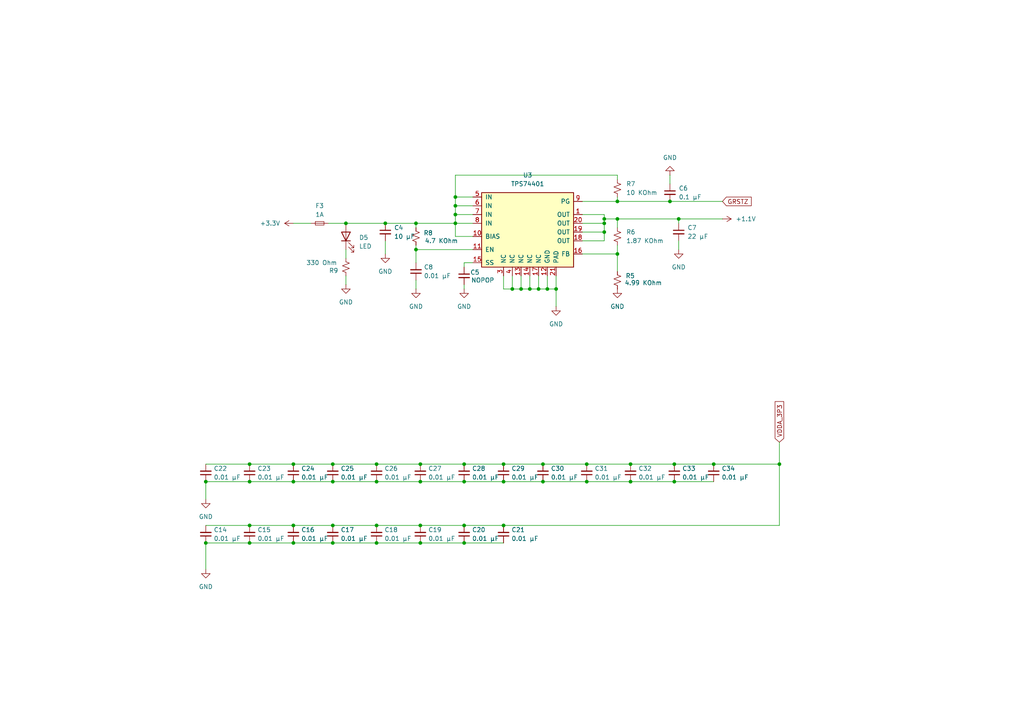
<source format=kicad_sch>
(kicad_sch (version 20250114) (generator "eeschema") (generator_version "9.0")
  (paper "A4")
  (title_block (title "PCI2USB") (date "2025-10-29") (rev "1.0.0") (company "3mdeb Sp. z o.o") (comment 1 "TUSB7320 Power") (comment 2 "Jakub Sobota"))
  (lib_symbols
    (symbol "DC-DC Converter:TPS74401_VQFN" (pin_names (offset 1.016))
      (property "Reference" "U" (at 5.08 15.24 0))
      (property "Value" "TPS74401" (at 5.08 12.7 0))
      (symbol "TPS74401_VQFN_1_1"
        (rectangle (start -7.62 11.43) (end 19.05 -10.16) (stroke (width 0.254)) (fill (type background)))
        (pin power_in line (at -10.16 10.16 0) (length 2.54) (name "IN") (number "5"))
        (pin power_in line (at -10.16 7.62 0) (length 2.54) (name "IN") (number "6"))
        (pin power_in line (at -10.16 5.08 0) (length 2.54) (name "IN") (number "7"))
        (pin power_in line (at -10.16 2.54 0) (length 2.54) (name "IN") (number "8"))
        (pin input line (at -10.16 -1.27 0) (length 2.54) (name "BIAS") (number "10"))
        (pin input line (at -10.16 -5.08 0) (length 2.54) (name "EN") (number "11"))
        (pin input line (at -10.16 -8.89 0) (length 2.54) (name "SS") (number "15"))
        (pin no_connect line (at -2.54 13.97 270) (length 2.54) (hide yes) (name "NC") (number "2"))
        (pin free line (at -1.27 -12.7 90) (length 2.54) (name "NC") (number "3"))
        (pin free line (at 1.27 -12.7 90) (length 2.54) (name "NC") (number "4"))
        (pin free line (at 3.81 -12.7 90) (length 2.54) (name "NC") (number "13"))
        (pin free line (at 6.35 -12.7 90) (length 2.54) (name "NC") (number "14"))
        (pin free line (at 8.89 -12.7 90) (length 2.54) (name "NC") (number "17"))
        (pin power_in line (at 11.43 -12.7 90) (length 2.54) (name "GND") (number "12"))
        (pin power_in line (at 13.97 -12.7 90) (length 2.54) (name "PAD") (number "21"))
        (pin output line (at 21.59 8.89 180) (length 2.54) (name "PG") (number "9"))
        (pin power_out line (at 21.59 5.08 180) (length 2.54) (name "OUT") (number "1"))
        (pin power_out line (at 21.59 2.54 180) (length 2.54) (name "OUT") (number "20"))
        (pin power_out line (at 21.59 0 180) (length 2.54) (name "OUT") (number "19"))
        (pin power_out line (at 21.59 -2.54 180) (length 2.54) (name "OUT") (number "18"))
        (pin input line (at 21.59 -6.35 180) (length 2.54) (name "FB") (number "16"))
      )
    )
    (symbol "Device:C_Small" (pin_numbers (hide yes)) (pin_names (offset 0.254) (hide yes))
      (property "Reference" "C" (at 0.254 1.778 0))
      (property "Value" "C_Small" (at 0.254 -2.032 0))
      (symbol "C_Small_0_1"
        (polyline (pts (xy -1.524 0.508) (xy 1.524 0.508)) (stroke (width 0.3048)))
        (polyline (pts (xy -1.524 -0.508) (xy 1.524 -0.508)) (stroke (width 0.3302)))
      )
      (symbol "C_Small_1_1"
        (pin passive line (at 0 2.54 270) (length 2.032) (name "~") (number "1"))
        (pin passive line (at 0 -2.54 90) (length 2.032) (name "~") (number "2"))
      )
    )
    (symbol "Device:Fuse_Small" (pin_numbers (hide yes)) (pin_names (offset 0.254) (hide yes))
      (property "Reference" "F" (at 0 -1.524 0))
      (property "Value" "Fuse_Small" (at 0 1.524 0))
      (symbol "Fuse_Small_0_1"
        (rectangle (start -1.27 0.508) (end 1.27 -0.508))
        (polyline (pts (xy -1.27 0) (xy 1.27 0)))
      )
      (symbol "Fuse_Small_1_1"
        (pin passive line (at -2.54 0 0) (length 1.27) (name "~") (number "1"))
        (pin passive line (at 2.54 0 180) (length 1.27) (name "~") (number "2"))
      )
    )
    (symbol "Device:LED" (pin_numbers (hide yes)) (pin_names (offset 1.016) (hide yes))
      (property "Reference" "D" (at 0 2.54 0))
      (property "Value" "LED" (at 0 -2.54 0))
      (symbol "LED_0_1"
        (polyline (pts (xy -3.048 -0.762) (xy -4.572 -2.286) (xy -3.81 -2.286) (xy -4.572 -2.286) (xy -4.572 -1.524)))
        (polyline (pts (xy -1.778 -0.762) (xy -3.302 -2.286) (xy -2.54 -2.286) (xy -3.302 -2.286) (xy -3.302 -1.524)))
        (polyline (pts (xy -1.27 0) (xy 1.27 0)))
        (polyline (pts (xy -1.27 -1.27) (xy -1.27 1.27)) (stroke (width 0.254)))
        (polyline (pts (xy 1.27 -1.27) (xy 1.27 1.27) (xy -1.27 0) (xy 1.27 -1.27)) (stroke (width 0.254)))
      )
      (symbol "LED_1_1"
        (pin passive line (at -3.81 0 0) (length 2.54) (name "K") (number "1"))
        (pin passive line (at 3.81 0 180) (length 2.54) (name "A") (number "2"))
      )
    )
    (symbol "Device:R_Small_US" (pin_numbers (hide yes)) (pin_names (offset 0.254) (hide yes))
      (property "Reference" "R" (at 0.762 0.508 0))
      (property "Value" "R_Small_US" (at 0.762 -1.016 0))
      (symbol "R_Small_US_1_1"
        (polyline (pts (xy 0 1.524) (xy 1.016 1.143) (xy 0 0.762) (xy -1.016 0.381) (xy 0 0)))
        (polyline (pts (xy 0 0) (xy 1.016 -0.381) (xy 0 -0.762) (xy -1.016 -1.143) (xy 0 -1.524)))
        (pin passive line (at 0 2.54 270) (length 1.016) (name "~") (number "1"))
        (pin passive line (at 0 -2.54 90) (length 1.016) (name "~") (number "2"))
      )
    )
    (symbol "power:+3.3V" (power) (pin_numbers (hide yes)) (pin_names (offset 0) (hide yes))
      (property "Value" "+3.3V" (at 0 3.556 0))
      (symbol "+3.3V_0_1"
        (polyline (pts (xy -0.762 1.27) (xy 0 2.54)))
        (polyline (pts (xy 0 2.54) (xy 0.762 1.27)))
        (polyline (pts (xy 0 0) (xy 0 2.54)))
      )
      (symbol "+3.3V_1_1"
        (pin power_in line (at 0 0 90) (length 0) (name "~") (number "1"))
      )
    )
    (symbol "power:GND" (power) (pin_numbers (hide yes)) (pin_names (offset 0) (hide yes))
      (property "Value" "GND" (at 0 -3.81 0))
      (symbol "GND_0_1"
        (polyline (pts (xy 0 0) (xy 0 -1.27) (xy 1.27 -1.27) (xy 0 -2.54) (xy -1.27 -1.27) (xy 0 -1.27)))
      )
      (symbol "GND_1_1"
        (pin power_in line (at 0 0 270) (length 0) (name "~") (number "1"))
      )
    )
  )
  (junction (at 161.29 83.82))
  (junction (at 175.26 67.31))
  (junction (at 85.09 134.62))
  (junction (at 179.07 58.42))
  (junction (at 134.62 152.4))
  (junction (at 175.26 63.5))
  (junction (at 96.52 152.4))
  (junction (at 85.09 139.7))
  (junction (at 132.08 64.77))
  (junction (at 151.13 83.82))
  (junction (at 109.22 134.62))
  (junction (at 109.22 152.4))
  (junction (at 109.22 157.48))
  (junction (at 175.26 64.77))
  (junction (at 153.67 83.82))
  (junction (at 72.39 134.62))
  (junction (at 132.08 62.23))
  (junction (at 132.08 59.69))
  (junction (at 72.39 139.7))
  (junction (at 121.92 134.62))
  (junction (at 207.01 134.62))
  (junction (at 157.48 139.7))
  (junction (at 72.39 152.4))
  (junction (at 170.18 139.7))
  (junction (at 158.75 83.82))
  (junction (at 134.62 134.62))
  (junction (at 120.65 72.39))
  (junction (at 196.85 63.5))
  (junction (at 121.92 157.48))
  (junction (at 85.09 157.48))
  (junction (at 146.05 152.4))
  (junction (at 111.76 64.77))
  (junction (at 148.59 83.82))
  (junction (at 226.06 134.62))
  (junction (at 59.69 139.7))
  (junction (at 182.88 134.62))
  (junction (at 96.52 134.62))
  (junction (at 170.18 134.62))
  (junction (at 85.09 152.4))
  (junction (at 195.58 134.62))
  (junction (at 182.88 139.7))
  (junction (at 121.92 152.4))
  (junction (at 134.62 157.48))
  (junction (at 157.48 134.62))
  (junction (at 120.65 64.77))
  (junction (at 134.62 139.7))
  (junction (at 146.05 134.62))
  (junction (at 72.39 157.48))
  (junction (at 96.52 157.48))
  (junction (at 121.92 139.7))
  (junction (at 96.52 139.7))
  (junction (at 156.21 83.82))
  (junction (at 100.33 64.77))
  (junction (at 132.08 57.15))
  (junction (at 195.58 139.7))
  (junction (at 179.07 63.5))
  (junction (at 109.22 139.7))
  (junction (at 59.69 157.48))
  (junction (at 194.31 58.42))
  (junction (at 179.07 73.66))
  (junction (at 146.05 139.7))
  (wire (pts (xy 157.48 139.7) (xy 170.18 139.7)))
  (wire (pts (xy 156.21 83.82) (xy 158.75 83.82)))
  (wire (pts (xy 121.92 134.62) (xy 134.62 134.62)))
  (wire (pts (xy 109.22 134.62) (xy 121.92 134.62)))
  (wire (pts (xy 153.67 80.01) (xy 153.67 83.82)))
  (wire (pts (xy 59.69 139.7) (xy 59.69 144.78)))
  (wire (pts (xy 146.05 152.4) (xy 226.06 152.4)))
  (wire (pts (xy 120.65 83.82) (xy 120.65 81.28)))
  (wire (pts (xy 72.39 134.62) (xy 85.09 134.62)))
  (wire (pts (xy 151.13 80.01) (xy 151.13 83.82)))
  (wire (pts (xy 226.06 134.62) (xy 226.06 152.4)))
  (wire (pts (xy 179.07 63.5) (xy 196.85 63.5)))
  (wire (pts (xy 85.09 134.62) (xy 96.52 134.62)))
  (wire (pts (xy 195.58 134.62) (xy 207.01 134.62)))
  (wire (pts (xy 134.62 139.7) (xy 146.05 139.7)))
  (wire (pts (xy 137.16 76.2) (xy 134.62 76.2)))
  (wire (pts (xy 59.69 139.7) (xy 72.39 139.7)))
  (wire (pts (xy 168.91 58.42) (xy 179.07 58.42)))
  (wire (pts (xy 146.05 134.62) (xy 157.48 134.62)))
  (wire (pts (xy 72.39 152.4) (xy 85.09 152.4)))
  (wire (pts (xy 168.91 67.31) (xy 175.26 67.31)))
  (wire (pts (xy 179.07 50.8) (xy 132.08 50.8)))
  (wire (pts (xy 132.08 57.15) (xy 137.16 57.15)))
  (wire (pts (xy 111.76 73.66) (xy 111.76 69.85)))
  (wire (pts (xy 175.26 64.77) (xy 175.26 67.31)))
  (wire (pts (xy 134.62 134.62) (xy 146.05 134.62)))
  (wire (pts (xy 175.26 64.77) (xy 175.26 63.5)))
  (wire (pts (xy 146.05 83.82) (xy 148.59 83.82)))
  (wire (pts (xy 85.09 152.4) (xy 96.52 152.4)))
  (wire (pts (xy 132.08 50.8) (xy 132.08 57.15)))
  (wire (pts (xy 120.65 64.77) (xy 132.08 64.77)))
  (wire (pts (xy 175.26 62.23) (xy 175.26 63.5)))
  (wire (pts (xy 121.92 157.48) (xy 134.62 157.48)))
  (wire (pts (xy 151.13 83.82) (xy 153.67 83.82)))
  (wire (pts (xy 109.22 152.4) (xy 121.92 152.4)))
  (wire (pts (xy 100.33 82.55) (xy 100.33 80.01)))
  (wire (pts (xy 132.08 62.23) (xy 137.16 62.23)))
  (wire (pts (xy 196.85 69.85) (xy 196.85 72.39)))
  (wire (pts (xy 161.29 83.82) (xy 161.29 88.9)))
  (wire (pts (xy 158.75 83.82) (xy 161.29 83.82)))
  (wire (pts (xy 59.69 157.48) (xy 59.69 165.1)))
  (wire (pts (xy 134.62 76.2) (xy 134.62 77.47)))
  (wire (pts (xy 132.08 59.69) (xy 132.08 62.23)))
  (wire (pts (xy 96.52 157.48) (xy 109.22 157.48)))
  (wire (pts (xy 194.31 58.42) (xy 209.55 58.42)))
  (wire (pts (xy 207.01 134.62) (xy 226.06 134.62)))
  (wire (pts (xy 96.52 139.7) (xy 109.22 139.7)))
  (wire (pts (xy 168.91 73.66) (xy 179.07 73.66)))
  (wire (pts (xy 179.07 73.66) (xy 179.07 78.74)))
  (wire (pts (xy 109.22 157.48) (xy 121.92 157.48)))
  (wire (pts (xy 95.25 64.77) (xy 100.33 64.77)))
  (wire (pts (xy 179.07 50.8) (xy 179.07 52.07)))
  (wire (pts (xy 137.16 68.58) (xy 132.08 68.58)))
  (wire (pts (xy 146.05 80.01) (xy 146.05 83.82)))
  (wire (pts (xy 85.09 64.77) (xy 90.17 64.77)))
  (wire (pts (xy 134.62 152.4) (xy 146.05 152.4)))
  (wire (pts (xy 196.85 64.77) (xy 196.85 63.5)))
  (wire (pts (xy 85.09 157.48) (xy 96.52 157.48)))
  (wire (pts (xy 179.07 73.66) (xy 179.07 71.12)))
  (wire (pts (xy 96.52 152.4) (xy 109.22 152.4)))
  (wire (pts (xy 168.91 69.85) (xy 175.26 69.85)))
  (wire (pts (xy 59.69 157.48) (xy 72.39 157.48)))
  (wire (pts (xy 132.08 64.77) (xy 137.16 64.77)))
  (wire (pts (xy 72.39 157.48) (xy 85.09 157.48)))
  (wire (pts (xy 120.65 64.77) (xy 120.65 66.04)))
  (wire (pts (xy 156.21 80.01) (xy 156.21 83.82)))
  (wire (pts (xy 100.33 74.93) (xy 100.33 72.39)))
  (wire (pts (xy 158.75 80.01) (xy 158.75 83.82)))
  (wire (pts (xy 168.91 62.23) (xy 175.26 62.23)))
  (wire (pts (xy 59.69 152.4) (xy 72.39 152.4)))
  (wire (pts (xy 148.59 80.01) (xy 148.59 83.82)))
  (wire (pts (xy 134.62 157.48) (xy 146.05 157.48)))
  (wire (pts (xy 161.29 80.01) (xy 161.29 83.82)))
  (wire (pts (xy 194.31 50.8) (xy 194.31 53.34)))
  (wire (pts (xy 121.92 139.7) (xy 134.62 139.7)))
  (wire (pts (xy 121.92 152.4) (xy 134.62 152.4)))
  (wire (pts (xy 179.07 66.04) (xy 179.07 63.5)))
  (wire (pts (xy 179.07 58.42) (xy 194.31 58.42)))
  (wire (pts (xy 132.08 57.15) (xy 132.08 59.69)))
  (wire (pts (xy 226.06 128.27) (xy 226.06 134.62)))
  (wire (pts (xy 179.07 57.15) (xy 179.07 58.42)))
  (wire (pts (xy 120.65 72.39) (xy 120.65 71.12)))
  (wire (pts (xy 182.88 134.62) (xy 195.58 134.62)))
  (wire (pts (xy 175.26 67.31) (xy 175.26 69.85)))
  (wire (pts (xy 148.59 83.82) (xy 151.13 83.82)))
  (wire (pts (xy 153.67 83.82) (xy 156.21 83.82)))
  (wire (pts (xy 146.05 139.7) (xy 157.48 139.7)))
  (wire (pts (xy 170.18 139.7) (xy 182.88 139.7)))
  (wire (pts (xy 111.76 64.77) (xy 120.65 64.77)))
  (wire (pts (xy 157.48 134.62) (xy 170.18 134.62)))
  (wire (pts (xy 196.85 63.5) (xy 209.55 63.5)))
  (wire (pts (xy 195.58 139.7) (xy 207.01 139.7)))
  (wire (pts (xy 170.18 134.62) (xy 182.88 134.62)))
  (wire (pts (xy 132.08 62.23) (xy 132.08 64.77)))
  (wire (pts (xy 175.26 63.5) (xy 179.07 63.5)))
  (wire (pts (xy 72.39 139.7) (xy 85.09 139.7)))
  (wire (pts (xy 96.52 134.62) (xy 109.22 134.62)))
  (wire (pts (xy 182.88 139.7) (xy 195.58 139.7)))
  (wire (pts (xy 134.62 82.55) (xy 134.62 83.82)))
  (wire (pts (xy 100.33 64.77) (xy 111.76 64.77)))
  (wire (pts (xy 132.08 68.58) (xy 132.08 64.77)))
  (wire (pts (xy 85.09 139.7) (xy 96.52 139.7)))
  (wire (pts (xy 132.08 59.69) (xy 137.16 59.69)))
  (wire (pts (xy 120.65 76.2) (xy 120.65 72.39)))
  (wire (pts (xy 137.16 72.39) (xy 120.65 72.39)))
  (wire (pts (xy 168.91 64.77) (xy 175.26 64.77)))
  (wire (pts (xy 109.22 139.7) (xy 121.92 139.7)))
  (wire (pts (xy 59.69 134.62) (xy 72.39 134.62)))
  (global_label "GRSTZ" (shape input) (at 209.55 58.42 0) (property "Intersheetrefs" "${INTERSHEET_REFS}" (at 218.4618 58.42 0) (effects (justify left))))
  (global_label "VDDA_3P3" (shape input) (at 226.06 128.27 90) (property "Intersheetrefs" "${INTERSHEET_REFS}" (at 226.06 115.911 90) (effects (justify left))))
  (symbol (lib_id "Device:C_Small") (at 196.85 67.31 0) (unit 1)
    (property "Reference" "C7" (at 199.39 66.0462 0) (effects (justify left)))
    (property "Value" "22 μF" (at 199.39 68.5862 0) (effects (justify left)))
    (property "Footprint" "Capacitor_SMD:C_0805_2012Metric_Pad1.18x1.45mm_HandSolder" (effects (hide yes)))
    (property "Datasheet" "https://www.samsungsem.com/resources/file/global/support/product_catalog/MLCC.pdf" (effects (hide yes)))
    (property "Description" "X5R, 10%, 6.3V" (effects (hide yes)))
  )
  (symbol (lib_id "DC-DC Converter:TPS74401_VQFN") (at 147.32 67.31 0) (unit 1)
    (property "Reference" "U3" (at 153.035 50.8 0))
    (property "Value" "TPS74401" (at 153.035 53.34 0))
    (property "Footprint" "Package_DFN_QFN:Texas_RGW0020A_VQFN-20-1EP_5x5mm_P0.65mm_EP3.15x3.15mm_ThermalVias" (effects (hide yes)))
    (property "Datasheet" "https://www.ti.com/lit/gpn/tps74401" (effects (hide yes)))
    (property "Description" "0.8 to 3.6V adjustable, 3.0-A, Ultra-LDO with Programmable Soft-Start" (effects (hide yes)))
  )
  (symbol (lib_id "Device:C_Small") (at 85.09 154.94 180) (unit 1)
    (property "Reference" "C16" (at 87.376 153.67 0) (effects (justify right)))
    (property "Value" "0.01 μF" (at 87.376 156.21 0) (effects (justify right)))
    (property "Footprint" "Capacitor_SMD:C_0402_1005Metric_Pad0.74x0.62mm_HandSolder" (effects (hide yes)))
    (property "Datasheet" "https://www.mouser.pl/datasheet/3/76/1/GRM155R70J104KA01-01A.pdf" (effects (hide yes)))
    (property "Description" "X7R, 10%, 6.3V" (effects (hide yes)))
  )
  (symbol (lib_id "Device:C_Small") (at 96.52 137.16 180) (unit 1)
    (property "Reference" "C25" (at 98.806 135.89 0) (effects (justify right)))
    (property "Value" "0.01 μF" (at 98.806 138.43 0) (effects (justify right)))
    (property "Footprint" "Capacitor_SMD:C_0402_1005Metric_Pad0.74x0.62mm_HandSolder" (effects (hide yes)))
    (property "Datasheet" "https://www.mouser.pl/datasheet/3/76/1/GRM155R70J104KA01-01A.pdf" (effects (hide yes)))
    (property "Description" "X7R, 10%, 6.3V" (effects (hide yes)))
  )
  (symbol (lib_id "power:+3.3V") (at 85.09 64.77 90) (unit 1)
    (property "Reference" "#PWR011" (effects (hide yes)))
    (property "Value" "+3.3V" (at 81.28 64.7699 90) (effects (justify left)))
    (property "Description" "Power symbol creates a global label with name \"+3.3V\"" (effects (hide yes)))
  )
  (symbol (lib_id "Device:C_Small") (at 59.69 154.94 180) (unit 1)
    (property "Reference" "C14" (at 61.976 153.67 0) (effects (justify right)))
    (property "Value" "0.01 μF" (at 61.976 156.21 0) (effects (justify right)))
    (property "Footprint" "Capacitor_SMD:C_0402_1005Metric_Pad0.74x0.62mm_HandSolder" (effects (hide yes)))
    (property "Datasheet" "https://www.mouser.pl/datasheet/3/76/1/GRM155R70J104KA01-01A.pdf" (effects (hide yes)))
    (property "Description" "X7R, 10%, 6.3V" (effects (hide yes)))
  )
  (symbol (lib_id "Device:R_Small_US") (at 179.07 54.61 0) (unit 1)
    (property "Reference" "R7" (at 181.61 53.3399 0) (effects (justify left)))
    (property "Value" "10 KOhm" (at 181.61 55.8799 0) (effects (justify left)))
    (property "Footprint" "Resistor_SMD:R_0402_1005Metric_Pad0.72x0.64mm_HandSolder" (effects (hide yes)))
    (property "Datasheet" "https://industrial.panasonic.com/cdbs/www-data/pdf/RDA0000/AOA0000C304.pdf" (effects (hide yes)))
    (property "Description" "1%, 100mW" (effects (hide yes)))
  )
  (symbol (lib_id "power:GND") (at 59.69 165.1 0) (unit 1)
    (property "Reference" "#PWR022" (effects (hide yes)))
    (property "Value" "GND" (at 59.69 170.18 0))
    (property "Description" "Power symbol creates a global label with name \"GND\" , ground" (effects (hide yes)))
  )
  (symbol (lib_id "Device:C_Small") (at 121.92 154.94 180) (unit 1)
    (property "Reference" "C19" (at 124.206 153.67 0) (effects (justify right)))
    (property "Value" "0.01 μF" (at 124.206 156.21 0) (effects (justify right)))
    (property "Footprint" "Capacitor_SMD:C_0402_1005Metric_Pad0.74x0.62mm_HandSolder" (effects (hide yes)))
    (property "Datasheet" "https://www.mouser.pl/datasheet/3/76/1/GRM155R70J104KA01-01A.pdf" (effects (hide yes)))
    (property "Description" "X7R, 10%, 6.3V" (effects (hide yes)))
  )
  (symbol (lib_id "Device:C_Small") (at 170.18 137.16 180) (unit 1)
    (property "Reference" "C31" (at 172.466 135.89 0) (effects (justify right)))
    (property "Value" "0.01 μF" (at 172.466 138.43 0) (effects (justify right)))
    (property "Footprint" "Capacitor_SMD:C_0402_1005Metric_Pad0.74x0.62mm_HandSolder" (effects (hide yes)))
    (property "Datasheet" "https://www.mouser.pl/datasheet/3/76/1/GRM155R70J104KA01-01A.pdf" (effects (hide yes)))
    (property "Description" "X7R, 10%, 6.3V" (effects (hide yes)))
  )
  (symbol (lib_id "power:GND") (at 120.65 83.82 0) (mirror y) (unit 1)
    (property "Reference" "#PWR020" (effects (hide yes)))
    (property "Value" "GND" (at 120.65 88.9 0))
    (property "Description" "Power symbol creates a global label with name \"GND\" , ground" (effects (hide yes)))
  )
  (symbol (lib_id "Device:C_Small") (at 121.92 137.16 180) (unit 1)
    (property "Reference" "C27" (at 124.206 135.89 0) (effects (justify right)))
    (property "Value" "0.01 μF" (at 124.206 138.43 0) (effects (justify right)))
    (property "Footprint" "Capacitor_SMD:C_0402_1005Metric_Pad0.74x0.62mm_HandSolder" (effects (hide yes)))
    (property "Datasheet" "https://www.mouser.pl/datasheet/3/76/1/GRM155R70J104KA01-01A.pdf" (effects (hide yes)))
    (property "Description" "X7R, 10%, 6.3V" (effects (hide yes)))
  )
  (symbol (lib_id "Device:C_Small") (at 134.62 154.94 180) (unit 1)
    (property "Reference" "C20" (at 136.906 153.67 0) (effects (justify right)))
    (property "Value" "0.01 μF" (at 136.906 156.21 0) (effects (justify right)))
    (property "Footprint" "Capacitor_SMD:C_0402_1005Metric_Pad0.74x0.62mm_HandSolder" (effects (hide yes)))
    (property "Datasheet" "https://www.mouser.pl/datasheet/3/76/1/GRM155R70J104KA01-01A.pdf" (effects (hide yes)))
    (property "Description" "X7R, 10%, 6.3V" (effects (hide yes)))
  )
  (symbol (lib_id "Device:R_Small_US") (at 179.07 81.28 180) (unit 1)
    (property "Reference" "R5" (at 184.15 80.01 0) (effects (justify left)))
    (property "Value" "4.99 KOhm" (at 192.024 82.042 0) (effects (justify left)))
    (property "Footprint" "Resistor_SMD:R_0402_1005Metric_Pad0.72x0.64mm_HandSolder" (effects (hide yes)))
    (property "Datasheet" "https://industrial.panasonic.com/cdbs/www-data/pdf/RDA0000/AOA0000C304.pdf" (effects (hide yes)))
    (property "Description" "0.05%, 62.5mW" (effects (hide yes)))
  )
  (symbol (lib_id "Device:C_Small") (at 120.65 78.74 180) (unit 1)
    (property "Reference" "C8" (at 122.936 77.47 0) (effects (justify right)))
    (property "Value" "0.01 μF" (at 122.936 80.01 0) (effects (justify right)))
    (property "Footprint" "Capacitor_SMD:C_0402_1005Metric_Pad0.74x0.62mm_HandSolder" (effects (hide yes)))
    (property "Datasheet" "https://www.mouser.pl/datasheet/3/76/1/GRM155R70J104KA01-01A.pdf" (effects (hide yes)))
    (property "Description" "X7R, 10%, 6.3V" (effects (hide yes)))
  )
  (symbol (lib_id "Device:C_Small") (at 207.01 137.16 180) (unit 1)
    (property "Reference" "C34" (at 209.296 135.89 0) (effects (justify right)))
    (property "Value" "0.01 μF" (at 209.296 138.43 0) (effects (justify right)))
    (property "Footprint" "Capacitor_SMD:C_0402_1005Metric_Pad0.74x0.62mm_HandSolder" (effects (hide yes)))
    (property "Datasheet" "https://www.mouser.pl/datasheet/3/76/1/GRM155R70J104KA01-01A.pdf" (effects (hide yes)))
    (property "Description" "X7R, 10%, 6.3V" (effects (hide yes)))
  )
  (symbol (lib_id "Device:C_Small") (at 72.39 154.94 180) (unit 1)
    (property "Reference" "C15" (at 74.676 153.67 0) (effects (justify right)))
    (property "Value" "0.01 μF" (at 74.676 156.21 0) (effects (justify right)))
    (property "Footprint" "Capacitor_SMD:C_0402_1005Metric_Pad0.74x0.62mm_HandSolder" (effects (hide yes)))
    (property "Datasheet" "https://www.mouser.pl/datasheet/3/76/1/GRM155R70J104KA01-01A.pdf" (effects (hide yes)))
    (property "Description" "X7R, 10%, 6.3V" (effects (hide yes)))
  )
  (symbol (lib_id "power:GND") (at 179.07 83.82 0) (mirror y) (unit 1)
    (property "Reference" "#PWR015" (effects (hide yes)))
    (property "Value" "GND" (at 179.07 88.9 0))
    (property "Description" "Power symbol creates a global label with name \"GND\" , ground" (effects (hide yes)))
  )
  (symbol (lib_id "Device:R_Small_US") (at 179.07 68.58 0) (unit 1)
    (property "Reference" "R6" (at 181.61 67.3099 0) (effects (justify left)))
    (property "Value" "1.87 KOhm" (at 181.61 69.8499 0) (effects (justify left)))
    (property "Footprint" "Resistor_SMD:R_0402_1005Metric_Pad0.72x0.64mm_HandSolder" (effects (hide yes)))
    (property "Datasheet" "https://industrial.panasonic.com/cdbs/www-data/pdf/RDA0000/AOA0000C304.pdf" (effects (hide yes)))
    (property "Description" "1%, 100mW" (effects (hide yes)))
  )
  (symbol (lib_id "Device:LED") (at 100.33 68.58 90) (unit 1)
    (property "Reference" "D5" (at 104.14 68.8974 90) (effects (justify right)))
    (property "Value" "LED" (at 104.14 71.4374 90) (effects (justify right)))
    (property "Footprint" "LED_SMD:LED_0603_1608Metric_Pad1.05x0.95mm_HandSolder" (effects (hide yes)))
    (property "Datasheet" "https://www.mouser.pl/datasheet/3/308/1/APHD1608LCGCK.pdf" (effects (hide yes)))
    (property "Description" "GREEN Light emitting diode" (effects (hide yes)))
    (property "Sim.Pins" "1=K 2=A" (effects (hide yes)))
  )
  (symbol (lib_id "Device:C_Small") (at 134.62 80.01 0) (unit 1)
    (property "Reference" "C5" (at 136.398 78.994 0) (effects (justify left)))
    (property "Value" "NOPOP" (at 136.652 81.28 0) (effects (justify left)))
    (property "Footprint" "Capacitor_SMD:C_0402_1005Metric_Pad0.74x0.62mm_HandSolder" (effects (hide yes)))
    (property "Description" "NOPOP" (effects (hide yes)))
  )
  (symbol (lib_id "power:GND") (at 196.85 72.39 0) (mirror y) (unit 1)
    (property "Reference" "#PWR016" (effects (hide yes)))
    (property "Value" "GND" (at 196.85 77.47 0))
    (property "Description" "Power symbol creates a global label with name \"GND\" , ground" (effects (hide yes)))
  )
  (symbol (lib_id "Device:C_Small") (at 195.58 137.16 180) (unit 1)
    (property "Reference" "C33" (at 197.866 135.89 0) (effects (justify right)))
    (property "Value" "0.01 μF" (at 197.866 138.43 0) (effects (justify right)))
    (property "Footprint" "Capacitor_SMD:C_0402_1005Metric_Pad0.74x0.62mm_HandSolder" (effects (hide yes)))
    (property "Datasheet" "https://www.mouser.pl/datasheet/3/76/1/GRM155R70J104KA01-01A.pdf" (effects (hide yes)))
    (property "Description" "X7R, 10%, 6.3V" (effects (hide yes)))
  )
  (symbol (lib_id "Device:R_Small_US") (at 100.33 77.47 180) (unit 1)
    (property "Reference" "R9" (at 96.774 78.486 0))
    (property "Value" "330 Ohm" (at 97.79 76.2001 0) (effects (justify left)))
    (property "Footprint" "Resistor_SMD:R_0402_1005Metric_Pad0.72x0.64mm_HandSolder" (effects (hide yes)))
    (property "Datasheet" "https://www.vishay.com/docs/20035/dcrcwe3.pdf" (effects (hide yes)))
    (property "Description" "1%, 63mW" (effects (hide yes)))
  )
  (symbol (lib_id "Device:R_Small_US") (at 120.65 68.58 0) (unit 1)
    (property "Reference" "R8" (at 124.206 67.564 0))
    (property "Value" "4.7 KOhm" (at 123.19 69.8499 0) (effects (justify left)))
    (property "Footprint" "Resistor_SMD:R_0402_1005Metric_Pad0.72x0.64mm_HandSolder" (effects (hide yes)))
    (property "Datasheet" "https://industrial.panasonic.com/cdbs/www-data/pdf/RDA0000/AOA0000C304.pdf" (effects (hide yes)))
    (property "Description" "1%, 100mW" (effects (hide yes)))
  )
  (symbol (lib_id "Device:C_Small") (at 146.05 154.94 180) (unit 1)
    (property "Reference" "C21" (at 148.336 153.67 0) (effects (justify right)))
    (property "Value" "0.01 μF" (at 148.336 156.21 0) (effects (justify right)))
    (property "Footprint" "Capacitor_SMD:C_0402_1005Metric_Pad0.74x0.62mm_HandSolder" (effects (hide yes)))
    (property "Datasheet" "https://www.mouser.pl/datasheet/3/76/1/GRM155R70J104KA01-01A.pdf" (effects (hide yes)))
    (property "Description" "X7R, 10%, 6.3V" (effects (hide yes)))
  )
  (symbol (lib_id "power:GND") (at 194.31 50.8 0) (mirror x) (unit 1)
    (property "Reference" "#PWR025" (effects (hide yes)))
    (property "Value" "GND" (at 194.31 45.72 0))
    (property "Description" "Power symbol creates a global label with name \"GND\" , ground" (effects (hide yes)))
  )
  (symbol (lib_id "Device:C_Small") (at 96.52 154.94 180) (unit 1)
    (property "Reference" "C17" (at 98.806 153.67 0) (effects (justify right)))
    (property "Value" "0.01 μF" (at 98.806 156.21 0) (effects (justify right)))
    (property "Footprint" "Capacitor_SMD:C_0402_1005Metric_Pad0.74x0.62mm_HandSolder" (effects (hide yes)))
    (property "Datasheet" "https://www.mouser.pl/datasheet/3/76/1/GRM155R70J104KA01-01A.pdf" (effects (hide yes)))
    (property "Description" "X7R, 10%, 6.3V" (effects (hide yes)))
  )
  (symbol (lib_id "Device:C_Small") (at 134.62 137.16 180) (unit 1)
    (property "Reference" "C28" (at 136.906 135.89 0) (effects (justify right)))
    (property "Value" "0.01 μF" (at 136.906 138.43 0) (effects (justify right)))
    (property "Footprint" "Capacitor_SMD:C_0402_1005Metric_Pad0.74x0.62mm_HandSolder" (effects (hide yes)))
    (property "Datasheet" "https://www.mouser.pl/datasheet/3/76/1/GRM155R70J104KA01-01A.pdf" (effects (hide yes)))
    (property "Description" "X7R, 10%, 6.3V" (effects (hide yes)))
  )
  (symbol (lib_id "Device:C_Small") (at 109.22 154.94 180) (unit 1)
    (property "Reference" "C18" (at 111.506 153.67 0) (effects (justify right)))
    (property "Value" "0.01 μF" (at 111.506 156.21 0) (effects (justify right)))
    (property "Footprint" "Capacitor_SMD:C_0402_1005Metric_Pad0.74x0.62mm_HandSolder" (effects (hide yes)))
    (property "Datasheet" "https://www.mouser.pl/datasheet/3/76/1/GRM155R70J104KA01-01A.pdf" (effects (hide yes)))
    (property "Description" "X7R, 10%, 6.3V" (effects (hide yes)))
  )
  (symbol (lib_id "power:GND") (at 59.69 144.78 0) (unit 1)
    (property "Reference" "#PWR037" (effects (hide yes)))
    (property "Value" "GND" (at 59.69 149.86 0))
    (property "Description" "Power symbol creates a global label with name \"GND\" , ground" (effects (hide yes)))
  )
  (symbol (lib_id "power:GND") (at 134.62 83.82 0) (mirror y) (unit 1)
    (property "Reference" "#PWR017" (effects (hide yes)))
    (property "Value" "GND" (at 134.62 88.9 0))
    (property "Description" "Power symbol creates a global label with name \"GND\" , ground" (effects (hide yes)))
  )
  (symbol (lib_id "power:+3.3V") (at 209.55 63.5 270) (unit 1)
    (property "Reference" "#PWR012" (effects (hide yes)))
    (property "Value" "+1.1V" (at 213.36 63.4999 90) (effects (justify left)))
    (property "Description" "Power symbol creates a global label with name \"+3.3V\"" (effects (hide yes)))
  )
  (symbol (lib_id "Device:Fuse_Small") (at 92.71 64.77 0) (unit 1)
    (property "Reference" "F3" (at 92.71 59.69 0))
    (property "Value" "1A" (at 92.71 62.23 0))
    (property "Footprint" "Fuse:Fuse_0603_1608Metric_Pad1.05x0.95mm_HandSolder" (effects (hide yes)))
    (property "Datasheet" "https://www.vishay.com/doc?28747" (effects (hide yes)))
    (property "Description" "Fast Act Fuse" (effects (hide yes)))
  )
  (symbol (lib_id "Device:C_Small") (at 146.05 137.16 180) (unit 1)
    (property "Reference" "C29" (at 148.336 135.89 0) (effects (justify right)))
    (property "Value" "0.01 μF" (at 148.336 138.43 0) (effects (justify right)))
    (property "Footprint" "Capacitor_SMD:C_0402_1005Metric_Pad0.74x0.62mm_HandSolder" (effects (hide yes)))
    (property "Datasheet" "https://www.mouser.pl/datasheet/3/76/1/GRM155R70J104KA01-01A.pdf" (effects (hide yes)))
    (property "Description" "X7R, 10%, 6.3V" (effects (hide yes)))
  )
  (symbol (lib_id "power:GND") (at 111.76 73.66 0) (unit 1)
    (property "Reference" "#PWR014" (effects (hide yes)))
    (property "Value" "GND" (at 111.76 78.74 0))
    (property "Description" "Power symbol creates a global label with name \"GND\" , ground" (effects (hide yes)))
  )
  (symbol (lib_id "Device:C_Small") (at 111.76 67.31 0) (unit 1)
    (property "Reference" "C4" (at 114.3 66.0462 0) (effects (justify left)))
    (property "Value" "10 μF" (at 114.3 68.5862 0) (effects (justify left)))
    (property "Footprint" "Capacitor_SMD:C_0805_2012Metric_Pad1.18x1.45mm_HandSolder" (effects (hide yes)))
    (property "Datasheet" "https://search.murata.co.jp/Ceramy/image/img/A01X/G101/ENG/GRM21BR70J106KA73-01A.pdf" (effects (hide yes)))
    (property "Description" "X7R, 10%, 6.3V" (effects (hide yes)))
  )
  (symbol (lib_id "Device:C_Small") (at 194.31 55.88 0) (unit 1)
    (property "Reference" "C6" (at 196.85 54.6162 0) (effects (justify left)))
    (property "Value" "0.1 μF" (at 196.85 57.1562 0) (effects (justify left)))
    (property "Footprint" "Capacitor_SMD:C_0402_1005Metric_Pad0.74x0.62mm_HandSolder" (effects (hide yes)))
    (property "Datasheet" "https://www.mouser.pl/datasheet/3/76/1/GRM155R70J104KA01-01A.pdf" (effects (hide yes)))
    (property "Description" "X7R, 10%, 6.3V" (effects (hide yes)))
  )
  (symbol (lib_id "power:GND") (at 100.33 82.55 0) (unit 1)
    (property "Reference" "#PWR018" (effects (hide yes)))
    (property "Value" "GND" (at 100.33 87.63 0))
    (property "Description" "Power symbol creates a global label with name \"GND\" , ground" (effects (hide yes)))
  )
  (symbol (lib_id "power:GND") (at 161.29 88.9 0) (mirror y) (unit 1)
    (property "Reference" "#PWR013" (effects (hide yes)))
    (property "Value" "GND" (at 161.29 93.98 0))
    (property "Description" "Power symbol creates a global label with name \"GND\" , ground" (effects (hide yes)))
  )
  (symbol (lib_id "Device:C_Small") (at 157.48 137.16 180) (unit 1)
    (property "Reference" "C30" (at 159.766 135.89 0) (effects (justify right)))
    (property "Value" "0.01 μF" (at 159.766 138.43 0) (effects (justify right)))
    (property "Footprint" "Capacitor_SMD:C_0402_1005Metric_Pad0.74x0.62mm_HandSolder" (effects (hide yes)))
    (property "Datasheet" "https://www.mouser.pl/datasheet/3/76/1/GRM155R70J104KA01-01A.pdf" (effects (hide yes)))
    (property "Description" "X7R, 10%, 6.3V" (effects (hide yes)))
  )
  (symbol (lib_id "Device:C_Small") (at 182.88 137.16 180) (unit 1)
    (property "Reference" "C32" (at 185.166 135.89 0) (effects (justify right)))
    (property "Value" "0.01 μF" (at 185.166 138.43 0) (effects (justify right)))
    (property "Footprint" "Capacitor_SMD:C_0402_1005Metric_Pad0.74x0.62mm_HandSolder" (effects (hide yes)))
    (property "Datasheet" "https://www.mouser.pl/datasheet/3/76/1/GRM155R70J104KA01-01A.pdf" (effects (hide yes)))
    (property "Description" "X7R, 10%, 6.3V" (effects (hide yes)))
  )
  (symbol (lib_id "Device:C_Small") (at 59.69 137.16 180) (unit 1)
    (property "Reference" "C22" (at 61.976 135.89 0) (effects (justify right)))
    (property "Value" "0.01 μF" (at 61.976 138.43 0) (effects (justify right)))
    (property "Footprint" "Capacitor_SMD:C_0402_1005Metric_Pad0.74x0.62mm_HandSolder" (effects (hide yes)))
    (property "Datasheet" "https://www.mouser.pl/datasheet/3/76/1/GRM155R70J104KA01-01A.pdf" (effects (hide yes)))
    (property "Description" "X7R, 10%, 6.3V" (effects (hide yes)))
  )
  (symbol (lib_id "Device:C_Small") (at 109.22 137.16 180) (unit 1)
    (property "Reference" "C26" (at 111.506 135.89 0) (effects (justify right)))
    (property "Value" "0.01 μF" (at 111.506 138.43 0) (effects (justify right)))
    (property "Footprint" "Capacitor_SMD:C_0402_1005Metric_Pad0.74x0.62mm_HandSolder" (effects (hide yes)))
    (property "Datasheet" "https://www.mouser.pl/datasheet/3/76/1/GRM155R70J104KA01-01A.pdf" (effects (hide yes)))
    (property "Description" "X7R, 10%, 6.3V" (effects (hide yes)))
  )
  (symbol (lib_id "Device:C_Small") (at 72.39 137.16 180) (unit 1)
    (property "Reference" "C23" (at 74.676 135.89 0) (effects (justify right)))
    (property "Value" "0.01 μF" (at 74.676 138.43 0) (effects (justify right)))
    (property "Footprint" "Capacitor_SMD:C_0402_1005Metric_Pad0.74x0.62mm_HandSolder" (effects (hide yes)))
    (property "Datasheet" "https://www.mouser.pl/datasheet/3/76/1/GRM155R70J104KA01-01A.pdf" (effects (hide yes)))
    (property "Description" "X7R, 10%, 6.3V" (effects (hide yes)))
  )
  (symbol (lib_id "Device:C_Small") (at 85.09 137.16 180) (unit 1)
    (property "Reference" "C24" (at 87.376 135.89 0) (effects (justify right)))
    (property "Value" "0.01 μF" (at 87.376 138.43 0) (effects (justify right)))
    (property "Footprint" "Capacitor_SMD:C_0402_1005Metric_Pad0.74x0.62mm_HandSolder" (effects (hide yes)))
    (property "Datasheet" "https://www.mouser.pl/datasheet/3/76/1/GRM155R70J104KA01-01A.pdf" (effects (hide yes)))
    (property "Description" "X7R, 10%, 6.3V" (effects (hide yes)))
  )
)
</source>
